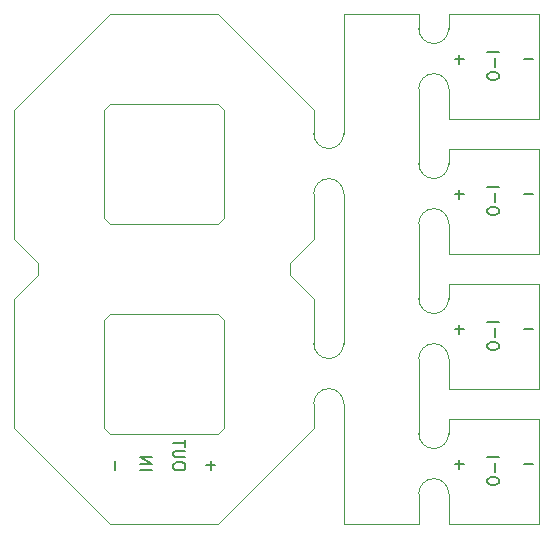
<source format=gbo>
G04 #@! TF.FileFunction,Legend,Bot*
%FSLAX46Y46*%
G04 Gerber Fmt 4.6, Leading zero omitted, Abs format (unit mm)*
G04 Created by KiCad (PCBNEW (2015-08-16 BZR 6095)-product) date Tue Sep  1 07:22:12 2015*
%MOMM*%
G01*
G04 APERTURE LIST*
%ADD10C,0.350000*%
%ADD11C,0.180000*%
%ADD12C,0.100000*%
G04 APERTURE END LIST*
D10*
D11*
X160218381Y-104378095D02*
X159218381Y-104378095D01*
X159837429Y-104854285D02*
X159837429Y-105616190D01*
X159218381Y-106282856D02*
X159218381Y-106473333D01*
X159266000Y-106568571D01*
X159361238Y-106663809D01*
X159551714Y-106711428D01*
X159885048Y-106711428D01*
X160075524Y-106663809D01*
X160170762Y-106568571D01*
X160218381Y-106473333D01*
X160218381Y-106282856D01*
X160170762Y-106187618D01*
X160075524Y-106092380D01*
X159885048Y-106044761D01*
X159551714Y-106044761D01*
X159361238Y-106092380D01*
X159266000Y-106187618D01*
X159218381Y-106282856D01*
X160218381Y-127238095D02*
X159218381Y-127238095D01*
X159837429Y-127714285D02*
X159837429Y-128476190D01*
X159218381Y-129142856D02*
X159218381Y-129333333D01*
X159266000Y-129428571D01*
X159361238Y-129523809D01*
X159551714Y-129571428D01*
X159885048Y-129571428D01*
X160075524Y-129523809D01*
X160170762Y-129428571D01*
X160218381Y-129333333D01*
X160218381Y-129142856D01*
X160170762Y-129047618D01*
X160075524Y-128952380D01*
X159885048Y-128904761D01*
X159551714Y-128904761D01*
X159361238Y-128952380D01*
X159266000Y-129047618D01*
X159218381Y-129142856D01*
X160218381Y-92948095D02*
X159218381Y-92948095D01*
X159837429Y-93424285D02*
X159837429Y-94186190D01*
X159218381Y-94852856D02*
X159218381Y-95043333D01*
X159266000Y-95138571D01*
X159361238Y-95233809D01*
X159551714Y-95281428D01*
X159885048Y-95281428D01*
X160075524Y-95233809D01*
X160170762Y-95138571D01*
X160218381Y-95043333D01*
X160218381Y-94852856D01*
X160170762Y-94757618D01*
X160075524Y-94662380D01*
X159885048Y-94614761D01*
X159551714Y-94614761D01*
X159361238Y-94662380D01*
X159266000Y-94757618D01*
X159218381Y-94852856D01*
X160218381Y-115808095D02*
X159218381Y-115808095D01*
X159837429Y-116284285D02*
X159837429Y-117046190D01*
X159218381Y-117712856D02*
X159218381Y-117903333D01*
X159266000Y-117998571D01*
X159361238Y-118093809D01*
X159551714Y-118141428D01*
X159885048Y-118141428D01*
X160075524Y-118093809D01*
X160170762Y-117998571D01*
X160218381Y-117903333D01*
X160218381Y-117712856D01*
X160170762Y-117617618D01*
X160075524Y-117522380D01*
X159885048Y-117474761D01*
X159551714Y-117474761D01*
X159361238Y-117522380D01*
X159266000Y-117617618D01*
X159218381Y-117712856D01*
X157241905Y-104973429D02*
X156480000Y-104973429D01*
X156860952Y-105354381D02*
X156860952Y-104592476D01*
X157241905Y-127833429D02*
X156480000Y-127833429D01*
X156860952Y-128214381D02*
X156860952Y-127452476D01*
X157241905Y-116403429D02*
X156480000Y-116403429D01*
X156860952Y-116784381D02*
X156860952Y-116022476D01*
X163083905Y-104973429D02*
X162322000Y-104973429D01*
X163083905Y-116403429D02*
X162322000Y-116403429D01*
X163083905Y-93543429D02*
X162322000Y-93543429D01*
X157241905Y-93543429D02*
X156480000Y-93543429D01*
X156860952Y-93924381D02*
X156860952Y-93162476D01*
X163083905Y-127833429D02*
X162322000Y-127833429D01*
D12*
X154686000Y-129032000D02*
G75*
G03X153416000Y-130302000I0J-1270000D01*
G01*
X155956000Y-130302000D02*
G75*
G03X154686000Y-129032000I-1270000J0D01*
G01*
X153416000Y-125222000D02*
G75*
G03X154686000Y-126492000I1270000J0D01*
G01*
X154686000Y-126492000D02*
G75*
G03X155956000Y-125222000I0J1270000D01*
G01*
X154686000Y-117602000D02*
G75*
G03X153416000Y-118872000I0J-1270000D01*
G01*
X155956000Y-118872000D02*
G75*
G03X154686000Y-117602000I-1270000J0D01*
G01*
X153416000Y-113792000D02*
G75*
G03X154686000Y-115062000I1270000J0D01*
G01*
X154686000Y-115062000D02*
G75*
G03X155956000Y-113792000I0J1270000D01*
G01*
X154686000Y-106172000D02*
G75*
G03X153416000Y-107442000I0J-1270000D01*
G01*
X155956000Y-107442000D02*
G75*
G03X154686000Y-106172000I-1270000J0D01*
G01*
X153416000Y-102362000D02*
G75*
G03X154686000Y-103632000I1270000J0D01*
G01*
X154686000Y-103632000D02*
G75*
G03X155956000Y-102362000I0J1270000D01*
G01*
X154686000Y-94742000D02*
G75*
G03X153416000Y-96012000I0J-1270000D01*
G01*
X155956000Y-96012000D02*
G75*
G03X154686000Y-94742000I-1270000J0D01*
G01*
X153416000Y-90932000D02*
G75*
G03X154686000Y-92202000I1270000J0D01*
G01*
X154686000Y-92202000D02*
G75*
G03X155956000Y-90932000I0J1270000D01*
G01*
X153416000Y-89662000D02*
X147066000Y-89662000D01*
X153416000Y-90932000D02*
X153416000Y-89662000D01*
X153416000Y-102362000D02*
X153416000Y-96012000D01*
X153416000Y-113792000D02*
X153416000Y-107442000D01*
X153416000Y-132842000D02*
X147066000Y-132842000D01*
X153416000Y-130302000D02*
X153416000Y-132842000D01*
X153416000Y-125222000D02*
X153416000Y-118872000D01*
X155956000Y-130302000D02*
X155956000Y-132842000D01*
X155956000Y-123952000D02*
X155956000Y-125222000D01*
X155956000Y-118872000D02*
X155956000Y-121412000D01*
X155956000Y-112522000D02*
X155956000Y-113792000D01*
X155956000Y-107442000D02*
X155956000Y-109982000D01*
X155956000Y-101092000D02*
X155956000Y-102362000D01*
X155956000Y-96012000D02*
X155956000Y-98552000D01*
X155956000Y-89662000D02*
X155956000Y-90932000D01*
X147066000Y-122682000D02*
X147066000Y-132842000D01*
X144526000Y-122682000D02*
X144526000Y-124714000D01*
X144526000Y-97790000D02*
X144526000Y-99822000D01*
X144526000Y-99822000D02*
G75*
G03X145796000Y-101092000I1270000J0D01*
G01*
X145796000Y-101092000D02*
G75*
G03X147066000Y-99822000I0J1270000D01*
G01*
X145796000Y-103632000D02*
G75*
G03X144526000Y-104902000I0J-1270000D01*
G01*
X147066000Y-104902000D02*
G75*
G03X145796000Y-103632000I-1270000J0D01*
G01*
X145796000Y-121412000D02*
G75*
G03X144526000Y-122682000I0J-1270000D01*
G01*
X147066000Y-122682000D02*
G75*
G03X145796000Y-121412000I-1270000J0D01*
G01*
X144526000Y-117602000D02*
G75*
G03X145796000Y-118872000I1270000J0D01*
G01*
X145796000Y-118872000D02*
G75*
G03X147066000Y-117602000I0J1270000D01*
G01*
X147066000Y-89662000D02*
X147066000Y-99822000D01*
X144526000Y-104902000D02*
X144526000Y-108712000D01*
X144526000Y-113792000D02*
X144526000Y-117602000D01*
X147066000Y-117602000D02*
X147066000Y-104902000D01*
X155956000Y-112522000D02*
X163576000Y-112522000D01*
X163576000Y-121412000D02*
X155956000Y-121412000D01*
X163576000Y-121412000D02*
X163576000Y-112522000D01*
X163576000Y-132842000D02*
X163576000Y-123952000D01*
X163576000Y-132842000D02*
X155956000Y-132842000D01*
X155956000Y-123952000D02*
X163576000Y-123952000D01*
X155956000Y-101092000D02*
X163576000Y-101092000D01*
X163576000Y-109982000D02*
X155956000Y-109982000D01*
X163576000Y-109982000D02*
X163576000Y-101092000D01*
D11*
X133643619Y-128095429D02*
X133643619Y-127904952D01*
X133596000Y-127809714D01*
X133500762Y-127714476D01*
X133310286Y-127666857D01*
X132976952Y-127666857D01*
X132786476Y-127714476D01*
X132691238Y-127809714D01*
X132643619Y-127904952D01*
X132643619Y-128095429D01*
X132691238Y-128190667D01*
X132786476Y-128285905D01*
X132976952Y-128333524D01*
X133310286Y-128333524D01*
X133500762Y-128285905D01*
X133596000Y-128190667D01*
X133643619Y-128095429D01*
X133643619Y-127238286D02*
X132834095Y-127238286D01*
X132738857Y-127190667D01*
X132691238Y-127143048D01*
X132643619Y-127047810D01*
X132643619Y-126857333D01*
X132691238Y-126762095D01*
X132738857Y-126714476D01*
X132834095Y-126666857D01*
X133643619Y-126666857D01*
X133643619Y-126333524D02*
X133643619Y-125762095D01*
X132643619Y-126047810D02*
X133643619Y-126047810D01*
X129849619Y-128285905D02*
X130849619Y-128285905D01*
X129849619Y-127809715D02*
X130849619Y-127809715D01*
X129849619Y-127238286D01*
X130849619Y-127238286D01*
X127690571Y-128285905D02*
X127690571Y-127524000D01*
X135818571Y-128285905D02*
X135818571Y-127524000D01*
X135437619Y-127904952D02*
X136199524Y-127904952D01*
D12*
X127254000Y-89662000D02*
X136398000Y-89662000D01*
X136398000Y-132842000D02*
X127254000Y-132842000D01*
X119126000Y-97790000D02*
X119126000Y-108712000D01*
X126746000Y-106934000D02*
X126746000Y-97790000D01*
X136398000Y-107442000D02*
X127254000Y-107442000D01*
X136906000Y-97790000D02*
X136906000Y-106934000D01*
X127254000Y-97282000D02*
X136398000Y-97282000D01*
X126746000Y-124714000D02*
X126746000Y-115570000D01*
X127254000Y-125222000D02*
X126746000Y-124714000D01*
X136398000Y-125222000D02*
X127254000Y-125222000D01*
X136906000Y-124714000D02*
X136398000Y-125222000D01*
X136906000Y-115570000D02*
X136906000Y-124714000D01*
X127254000Y-115062000D02*
X136398000Y-115062000D01*
X126746000Y-115570000D02*
X127254000Y-115062000D01*
X119126000Y-124714000D02*
X119126000Y-113792000D01*
X136398000Y-115062000D02*
X136906000Y-115570000D01*
X136906000Y-106934000D02*
X136398000Y-107442000D01*
X136398000Y-97282000D02*
X136906000Y-97790000D01*
X126746000Y-97790000D02*
X127254000Y-97282000D01*
X127254000Y-107442000D02*
X126746000Y-106934000D01*
X144526000Y-124714000D02*
X136398000Y-132842000D01*
X142494000Y-111760000D02*
X144526000Y-113792000D01*
X142494000Y-110744000D02*
X142494000Y-111760000D01*
X144526000Y-108712000D02*
X142494000Y-110744000D01*
X136398000Y-89662000D02*
X144526000Y-97790000D01*
X119126000Y-97790000D02*
X127254000Y-89662000D01*
X121158000Y-110744000D02*
X119126000Y-108712000D01*
X121158000Y-111760000D02*
X121158000Y-110744000D01*
X119126000Y-113792000D02*
X121158000Y-111760000D01*
X127254000Y-132842000D02*
X119126000Y-124714000D01*
X163576000Y-98552000D02*
X163576000Y-89662000D01*
X163576000Y-98552000D02*
X155956000Y-98552000D01*
X155956000Y-89662000D02*
X163576000Y-89662000D01*
M02*

</source>
